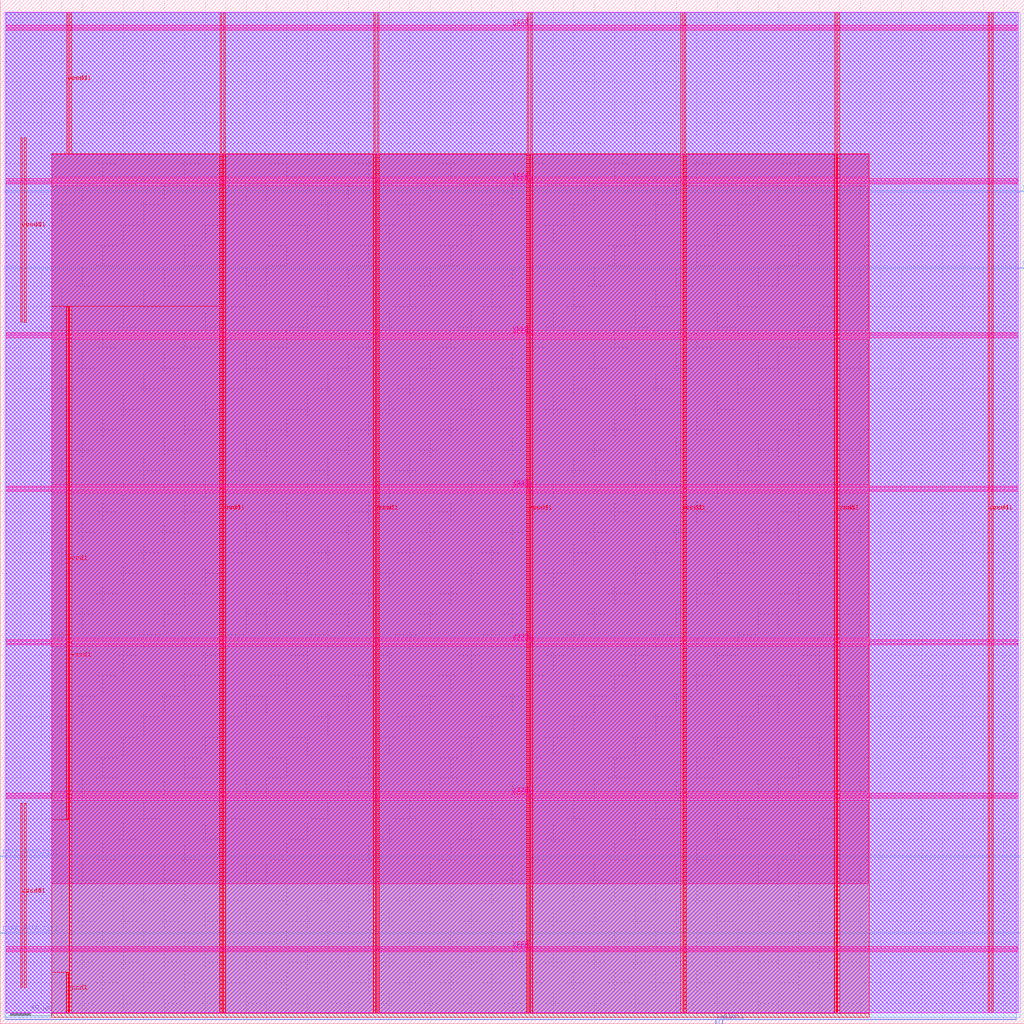
<source format=lef>
VERSION 5.7 ;
  NOWIREEXTENSIONATPIN ON ;
  DIVIDERCHAR "/" ;
  BUSBITCHARS "[]" ;
MACRO viterbi_core
  CLASS BLOCK ;
  FOREIGN viterbi_core ;
  ORIGIN 0.000 0.000 ;
  SIZE 1000.000 BY 1000.000 ;
  PIN clk
    DIRECTION INPUT ;
    USE SIGNAL ;
    ANTENNAGATEAREA 1.286700 ;
    ANTENNADIFFAREA 0.434700 ;
    PORT
      LAYER met2 ;
        RECT 705.270 0.000 705.550 4.000 ;
    END
  END clk
  PIN core_data_o
    DIRECTION OUTPUT ;
    USE SIGNAL ;
    ANTENNADIFFAREA 0.445500 ;
    PORT
      LAYER met3 ;
        RECT 996.000 737.840 1000.000 738.440 ;
    END
  END core_data_o
  PIN core_valid_o
    DIRECTION OUTPUT ;
    USE SIGNAL ;
    ANTENNADIFFAREA 0.445500 ;
    PORT
      LAYER met3 ;
        RECT 996.000 812.640 1000.000 813.240 ;
    END
  END core_valid_o
  PIN piso_data_i[0]
    DIRECTION INPUT ;
    USE SIGNAL ;
    ANTENNAGATEAREA 0.631200 ;
    ANTENNADIFFAREA 0.434700 ;
    PORT
      LAYER met3 ;
        RECT 0.000 88.440 4.000 89.040 ;
    END
  END piso_data_i[0]
  PIN piso_data_i[1]
    DIRECTION INPUT ;
    USE SIGNAL ;
    ANTENNAGATEAREA 0.631200 ;
    ANTENNADIFFAREA 0.434700 ;
    PORT
      LAYER met3 ;
        RECT 0.000 163.240 4.000 163.840 ;
    END
  END piso_data_i[1]
  PIN rst_n
    DIRECTION INPUT ;
    USE SIGNAL ;
    ANTENNAGATEAREA 0.682200 ;
    ANTENNADIFFAREA 0.434700 ;
    PORT
      LAYER met2 ;
        RECT 702.050 0.000 702.330 4.000 ;
    END
  END rst_n
  PIN valid_i
    DIRECTION INPUT ;
    USE SIGNAL ;
    ANTENNAGATEAREA 0.682200 ;
    ANTENNADIFFAREA 0.434700 ;
    PORT
      LAYER met2 ;
        RECT 698.830 0.000 699.110 4.000 ;
    END
  END valid_i
  PIN vccd1
    DIRECTION INOUT ;
    USE POWER ;
    PORT
      LAYER met4 ;
        RECT 64.720 10.640 66.320 50.040 ;
    END
    PORT
      LAYER met4 ;
        RECT 64.720 199.560 66.320 700.040 ;
    END
    PORT
      LAYER met4 ;
        RECT 64.720 849.560 66.320 987.600 ;
    END
    PORT
      LAYER met4 ;
        RECT 214.720 10.640 216.320 987.600 ;
    END
    PORT
      LAYER met4 ;
        RECT 364.720 10.640 366.320 987.600 ;
    END
    PORT
      LAYER met4 ;
        RECT 514.720 10.640 516.320 987.600 ;
    END
    PORT
      LAYER met4 ;
        RECT 664.720 10.640 666.320 987.600 ;
    END
    PORT
      LAYER met4 ;
        RECT 814.720 10.640 816.320 987.600 ;
    END
    PORT
      LAYER met4 ;
        RECT 964.720 10.640 966.320 987.600 ;
    END
    PORT
      LAYER met5 ;
        RECT 5.280 70.080 994.300 71.680 ;
    END
    PORT
      LAYER met5 ;
        RECT 5.280 220.080 994.300 221.680 ;
    END
    PORT
      LAYER met5 ;
        RECT 5.280 370.080 994.300 371.680 ;
    END
    PORT
      LAYER met5 ;
        RECT 5.280 520.080 994.300 521.680 ;
    END
    PORT
      LAYER met5 ;
        RECT 5.280 670.080 994.300 671.680 ;
    END
    PORT
      LAYER met5 ;
        RECT 5.280 820.080 994.300 821.680 ;
    END
    PORT
      LAYER met5 ;
        RECT 5.280 970.080 994.300 971.680 ;
    END
    PORT
      LAYER met4 ;
        RECT 19.900 35.120 21.500 215.120 ;
    END
    PORT
      LAYER met4 ;
        RECT 19.900 685.200 21.500 865.200 ;
    END
  END vccd1
  PIN vssd1
    DIRECTION INOUT ;
    USE GROUND ;
    PORT
      LAYER met4 ;
        RECT 68.020 10.640 69.620 700.040 ;
    END
    PORT
      LAYER met4 ;
        RECT 68.020 849.560 69.620 987.600 ;
    END
    PORT
      LAYER met4 ;
        RECT 218.020 10.640 219.620 987.600 ;
    END
    PORT
      LAYER met4 ;
        RECT 368.020 10.640 369.620 987.600 ;
    END
    PORT
      LAYER met4 ;
        RECT 518.020 10.640 519.620 987.600 ;
    END
    PORT
      LAYER met4 ;
        RECT 668.020 10.640 669.620 987.600 ;
    END
    PORT
      LAYER met4 ;
        RECT 818.020 10.640 819.620 987.600 ;
    END
    PORT
      LAYER met4 ;
        RECT 968.020 10.640 969.620 987.600 ;
    END
    PORT
      LAYER met5 ;
        RECT 5.280 73.380 994.300 74.980 ;
    END
    PORT
      LAYER met5 ;
        RECT 5.280 223.380 994.300 224.980 ;
    END
    PORT
      LAYER met5 ;
        RECT 5.280 373.380 994.300 374.980 ;
    END
    PORT
      LAYER met5 ;
        RECT 5.280 523.380 994.300 524.980 ;
    END
    PORT
      LAYER met5 ;
        RECT 5.280 673.380 994.300 674.980 ;
    END
    PORT
      LAYER met5 ;
        RECT 5.280 823.380 994.300 824.980 ;
    END
    PORT
      LAYER met5 ;
        RECT 5.280 973.380 994.300 974.980 ;
    END
    PORT
      LAYER met4 ;
        RECT 23.580 35.120 25.180 215.120 ;
    END
    PORT
      LAYER met4 ;
        RECT 23.580 685.200 25.180 865.200 ;
    END
  END vssd1
  OBS
      LAYER nwell ;
        RECT 5.330 10.795 994.250 987.550 ;
      LAYER li1 ;
        RECT 5.520 10.795 994.060 987.445 ;
      LAYER met1 ;
        RECT 5.520 10.640 994.060 987.600 ;
      LAYER met2 ;
        RECT 5.610 4.280 992.130 987.545 ;
        RECT 5.610 4.000 698.550 4.280 ;
        RECT 699.390 4.000 701.770 4.280 ;
        RECT 702.610 4.000 704.990 4.280 ;
        RECT 705.830 4.000 992.130 4.280 ;
      LAYER met3 ;
        RECT 4.000 813.640 996.000 987.525 ;
        RECT 4.000 812.240 995.600 813.640 ;
        RECT 4.000 738.840 996.000 812.240 ;
        RECT 4.000 737.440 995.600 738.840 ;
        RECT 4.000 164.240 996.000 737.440 ;
        RECT 4.400 162.840 996.000 164.240 ;
        RECT 4.000 89.440 996.000 162.840 ;
        RECT 4.400 88.040 996.000 89.440 ;
        RECT 4.000 6.295 996.000 88.040 ;
      LAYER met4 ;
        RECT 50.470 849.160 64.320 849.825 ;
        RECT 66.720 849.160 67.620 849.825 ;
        RECT 70.020 849.160 214.320 849.825 ;
        RECT 50.470 700.440 214.320 849.160 ;
        RECT 50.470 199.160 64.320 700.440 ;
        RECT 66.720 199.160 67.620 700.440 ;
        RECT 50.470 50.440 67.620 199.160 ;
        RECT 50.470 10.240 64.320 50.440 ;
        RECT 66.720 10.240 67.620 50.440 ;
        RECT 70.020 10.240 214.320 700.440 ;
        RECT 216.720 10.240 217.620 849.825 ;
        RECT 220.020 10.240 364.320 849.825 ;
        RECT 366.720 10.240 367.620 849.825 ;
        RECT 370.020 10.240 514.320 849.825 ;
        RECT 516.720 10.240 517.620 849.825 ;
        RECT 520.020 10.240 664.320 849.825 ;
        RECT 666.720 10.240 667.620 849.825 ;
        RECT 670.020 10.240 814.320 849.825 ;
        RECT 816.720 10.240 817.620 849.825 ;
        RECT 820.020 10.240 848.865 849.825 ;
        RECT 50.470 6.295 848.865 10.240 ;
      LAYER met5 ;
        RECT 50.260 826.580 847.660 849.100 ;
        RECT 50.260 676.580 847.660 818.480 ;
        RECT 50.260 526.580 847.660 668.480 ;
        RECT 50.260 376.580 847.660 518.480 ;
        RECT 50.260 226.580 847.660 368.480 ;
        RECT 50.260 136.900 847.660 218.480 ;
  END
END viterbi_core
END LIBRARY


</source>
